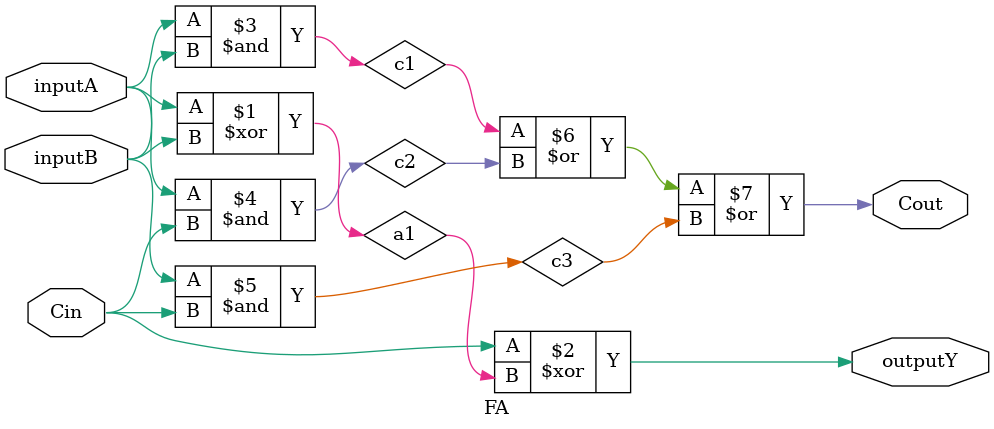
<source format=v>
module FA(inputA, inputB, outputY, Cin, Cout);

 input inputA;
 input inputB;
 input Cin;
 output Cout;
 output outputY;

 wire c1, c2, c3, a1;

 xor g1(a1, inputA, inputB);
 xor g2(outputY, Cin, a1);
 and g3(c1, inputA,inputB);
 and g4(c2, inputA, Cin);
 and g5(c3, inputB, Cin);
 or  g6(Cout, c1, c2, c3);

endmodule  

 
</source>
